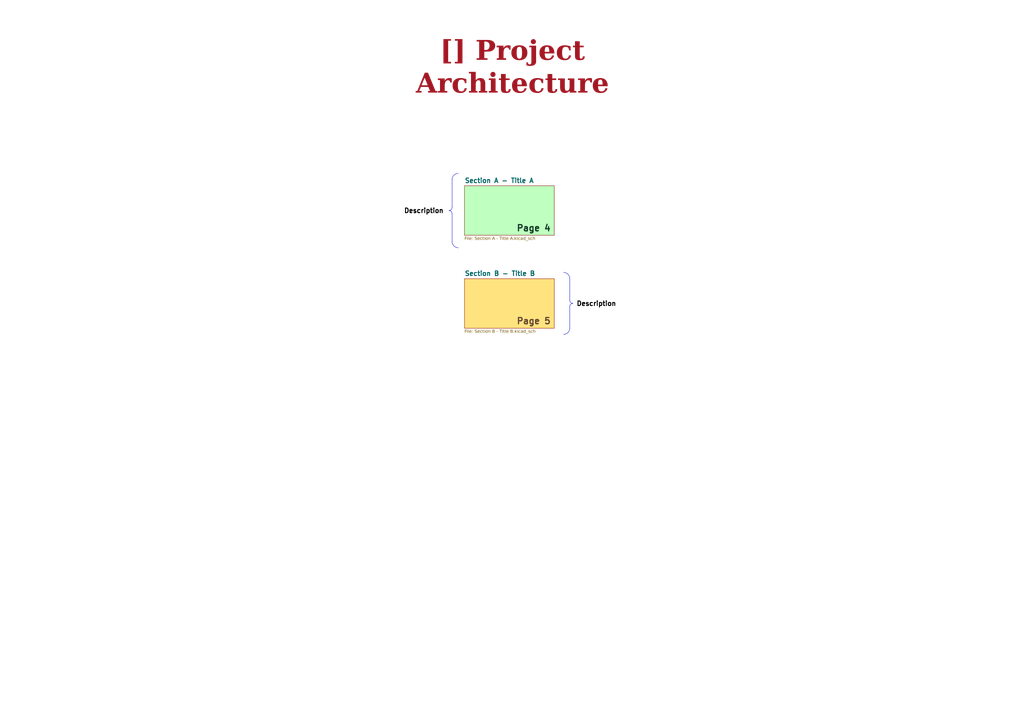
<source format=kicad_sch>
(kicad_sch
	(version 20231120)
	(generator "eeschema")
	(generator_version "8.0")
	(uuid "07236397-3ba4-47af-9809-3faac3a2aa49")
	(paper "A3")
	(title_block
		(title "Project Architecture")
		(date "2025-01-12")
		(rev "${REVISION}")
		(company "${COMPANY}")
	)
	(lib_symbols)
	(polyline
		(pts
			(xy 185.42 87.63) (xy 185.42 99.06)
		)
		(stroke
			(width 0)
			(type default)
		)
		(uuid "8b678fb1-fee7-4461-95f7-7f383f478fdc")
	)
	(polyline
		(pts
			(xy 233.68 125.73) (xy 233.68 134.62)
		)
		(stroke
			(width 0)
			(type default)
		)
		(uuid "8c7de816-3d34-497f-b0c8-22f80559d2d8")
	)
	(polyline
		(pts
			(xy 185.42 85.09) (xy 185.42 73.66)
		)
		(stroke
			(width 0)
			(type default)
		)
		(uuid "903e49b2-1b5d-4317-a33b-adfda1594a88")
	)
	(polyline
		(pts
			(xy 233.68 114.3) (xy 233.68 123.19)
		)
		(stroke
			(width 0)
			(type default)
		)
		(uuid "9543d363-0f36-4c41-97bc-b97723f48818")
	)
	(arc
		(start 185.42 85.09)
		(mid 185.0451 85.9851)
		(end 184.15 86.36)
		(stroke
			(width 0)
			(type default)
		)
		(fill
			(type none)
		)
		(uuid 13e3bc56-4a98-40ef-8c39-3b21620a792f)
	)
	(arc
		(start 234.97 124.44)
		(mid 234.0749 124.0651)
		(end 233.7 123.17)
		(stroke
			(width 0)
			(type default)
		)
		(fill
			(type none)
		)
		(uuid 19c30b2f-1391-4be0-8a5f-17a3226c0876)
	)
	(arc
		(start 233.7 125.71)
		(mid 234.0749 124.8149)
		(end 234.97 124.44)
		(stroke
			(width 0)
			(type default)
		)
		(fill
			(type none)
		)
		(uuid 5b059745-d833-4f9d-9745-ec7a90904541)
	)
	(arc
		(start 233.7 134.6)
		(mid 232.9561 136.3961)
		(end 231.16 137.14)
		(stroke
			(width 0)
			(type default)
		)
		(fill
			(type none)
		)
		(uuid 62bb3cd5-23b6-4c8e-a8f2-a293aca5d83b)
	)
	(arc
		(start 184.15 86.36)
		(mid 185.0451 86.7349)
		(end 185.42 87.63)
		(stroke
			(width 0)
			(type default)
		)
		(fill
			(type none)
		)
		(uuid 787eda22-1bf9-4d1b-96b2-11995bb2af0f)
	)
	(arc
		(start 187.96 101.6)
		(mid 186.1698 100.8502)
		(end 185.42 99.06)
		(stroke
			(width 0)
			(type default)
		)
		(fill
			(type none)
		)
		(uuid 7c454724-851d-42c5-8823-df570c1fc5eb)
	)
	(arc
		(start 231.16 111.74)
		(mid 232.9502 112.4898)
		(end 233.7 114.28)
		(stroke
			(width 0)
			(type default)
		)
		(fill
			(type none)
		)
		(uuid 94ad6bc3-4505-4c4a-89fc-83d0c51dd562)
	)
	(arc
		(start 185.42 73.66)
		(mid 186.1639 71.8639)
		(end 187.96 71.12)
		(stroke
			(width 0)
			(type default)
		)
		(fill
			(type none)
		)
		(uuid fda911f3-adb3-4abb-981f-a877a93c831b)
	)
	(text_box "Description"
		(exclude_from_sim no)
		(at 166.37 83.82 0)
		(size 17.145 5.08)
		(stroke
			(width -0.0001)
			(type default)
		)
		(fill
			(type none)
		)
		(effects
			(font
				(size 1.905 1.905)
				(thickness 0.381)
				(bold yes)
				(color 0 0 0 1)
			)
			(justify right top)
		)
		(uuid "971f0c48-6726-412d-badf-cee82cbffedd")
	)
	(text_box "Description"
		(exclude_from_sim no)
		(at 234.95 121.92 0)
		(size 26.015 5.1)
		(stroke
			(width -0.0001)
			(type default)
		)
		(fill
			(type none)
		)
		(effects
			(font
				(size 1.905 1.905)
				(thickness 0.381)
				(bold yes)
				(color 0 0 0 1)
			)
			(justify left top)
		)
		(uuid "97bb5e92-ab26-4907-9b80-08d49465fc86")
	)
	(text_box "[${#}] ${TITLE}"
		(exclude_from_sim no)
		(at 144.78 21.59 0)
		(size 130.81 12.7)
		(stroke
			(width -0.0001)
			(type default)
		)
		(fill
			(type none)
		)
		(effects
			(font
				(face "Times New Roman")
				(size 8 8)
				(thickness 1.2)
				(bold yes)
				(color 162 22 34 1)
			)
		)
		(uuid "f4789478-c68e-4cee-9edd-5d11b744f94d")
	)
	(text "Page 5"
		(exclude_from_sim no)
		(at 226.06 133.35 0)
		(effects
			(font
				(size 2.54 2.54)
				(bold yes)
				(color 100 70 50 1)
			)
			(justify right bottom)
			(href "#5")
		)
		(uuid "b60ecde0-2a85-4071-a728-47148cd80779")
	)
	(text "Page 4"
		(exclude_from_sim no)
		(at 226.06 95.25 0)
		(effects
			(font
				(size 2.54 2.54)
				(bold yes)
				(color 20 60 40 1)
			)
			(justify right bottom)
			(href "#4")
		)
		(uuid "f04f874a-d252-4474-87f2-c34bbb094a4c")
	)
	(sheet
		(at 190.5 114.3)
		(size 36.83 20.32)
		(fields_autoplaced yes)
		(stroke
			(width 0.1524)
			(type solid)
		)
		(fill
			(color 255 200 0 0.5020)
		)
		(uuid "e744f3ce-03a6-44a6-8792-1447ef232b9a")
		(property "Sheetname" "Section B - Title B"
			(at 190.5 113.2709 0)
			(effects
				(font
					(size 1.905 1.905)
					(bold yes)
				)
				(justify left bottom)
			)
		)
		(property "Sheetfile" "Section B - TItle B.kicad_sch"
			(at 190.5 135.2046 0)
			(effects
				(font
					(face "Arial")
					(size 1.27 1.27)
				)
				(justify left top)
			)
		)
		(instances
			(project "KDT_Hierarchical_KiBot"
				(path "/f9e05184-c88b-4a88-ae9c-ab2bdb32be7c/c5103ceb-5325-4a84-a025-9638a412984e"
					(page "5")
				)
			)
		)
	)
	(sheet
		(at 190.5 76.2)
		(size 36.83 20.32)
		(fields_autoplaced yes)
		(stroke
			(width 0.1524)
			(type solid)
		)
		(fill
			(color 128 255 128 0.5000)
		)
		(uuid "f06537ee-772d-44d3-8c50-e0ba41038c9c")
		(property "Sheetname" "Section A - Title A"
			(at 190.5 75.1709 0)
			(effects
				(font
					(size 1.905 1.905)
					(bold yes)
				)
				(justify left bottom)
			)
		)
		(property "Sheetfile" "Section A - Title A.kicad_sch"
			(at 190.5 97.1046 0)
			(effects
				(font
					(face "Arial")
					(size 1.27 1.27)
				)
				(justify left top)
			)
		)
		(instances
			(project "KDT_Hierarchical_KiBot"
				(path "/f9e05184-c88b-4a88-ae9c-ab2bdb32be7c/c5103ceb-5325-4a84-a025-9638a412984e"
					(page "4")
				)
			)
		)
	)
)

</source>
